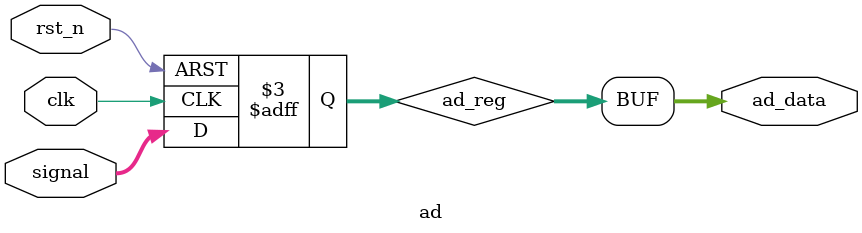
<source format=v>
module ad(
    input                   clk,
    input                   rst_n,
    input   signed  [11:0]  signal,
    output  signed  [11:0]  ad_data
);

reg [11:0]  ad_reg;
assign ad_data = ad_reg;

always @(posedge clk or negedge rst_n) begin
    if(!rst_n)
        ad_reg <= 12'd0;
    else
        ad_reg <= signal;
end

endmodule
</source>
